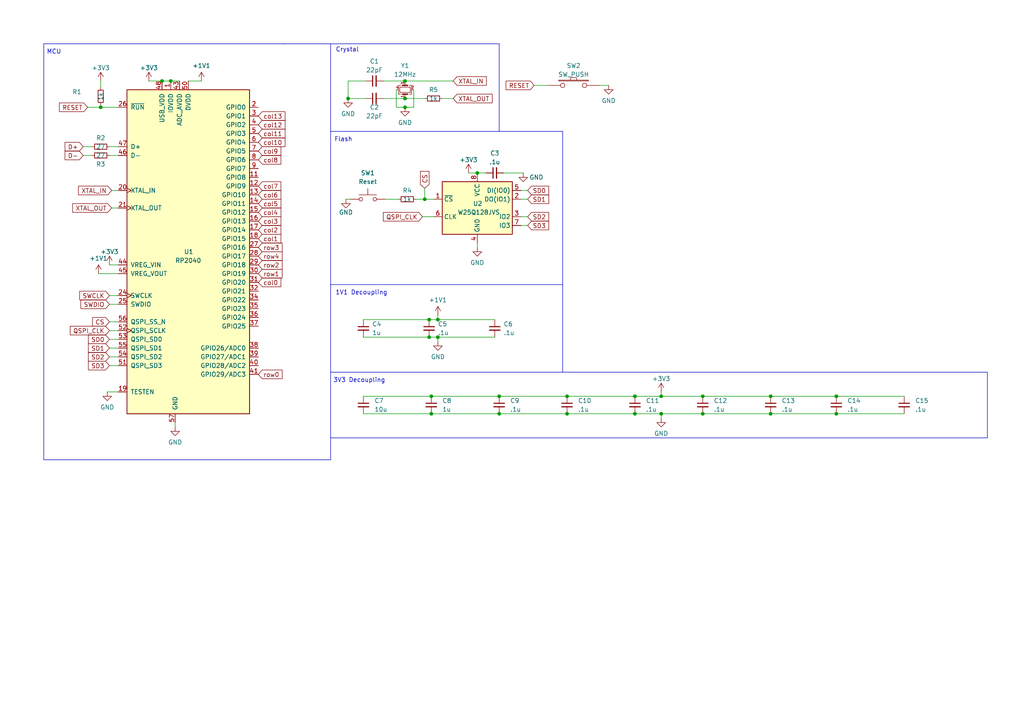
<source format=kicad_sch>
(kicad_sch (version 20250114) (generator "eeschema") (generator_version "9.0")
  (paper "A4")
  (lib_symbols
    (symbol "Device:C_Small" (pin_numbers (hide yes)) (pin_names (offset 0.254) (hide yes))
      (property "Reference" "C" (at 0.254 1.778 0))
      (property "Value" "C_Small" (at 0.254 -2.032 0))
      (symbol "C_Small_0_1"
        (polyline (pts (xy -1.524 0.508) (xy 1.524 0.508)) (stroke (width 0.3048)))
        (polyline (pts (xy -1.524 -0.508) (xy 1.524 -0.508)) (stroke (width 0.3302)))
      )
      (symbol "C_Small_1_1"
        (pin passive line (at 0 2.54 270) (length 2.032) (name "~") (number "1"))
        (pin passive line (at 0 -2.54 90) (length 2.032) (name "~") (number "2"))
      )
    )
    (symbol "Device:Crystal_GND24_Small" (pin_names (offset 1.016) (hide yes))
      (property "Reference" "Y" (at 1.27 4.445 0))
      (property "Value" "Crystal_GND24_Small" (at 1.27 2.54 0))
      (symbol "Crystal_GND24_Small_0_1"
        (polyline (pts (xy -1.27 1.27) (xy -1.27 1.905) (xy 1.27 1.905) (xy 1.27 1.27)))
        (polyline (pts (xy -1.27 -0.762) (xy -1.27 0.762)) (stroke (width 0.381)))
        (polyline (pts (xy -1.27 -1.27) (xy -1.27 -1.905) (xy 1.27 -1.905) (xy 1.27 -1.27)))
        (rectangle (start -0.762 -1.524) (end 0.762 1.524))
        (polyline (pts (xy 1.27 -0.762) (xy 1.27 0.762)) (stroke (width 0.381)))
      )
      (symbol "Crystal_GND24_Small_1_1"
        (pin passive line (at -2.54 0 0) (length 1.27) (name "1") (number "1"))
        (pin passive line (at 0 2.54 270) (length 0.635) (name "4") (number "4"))
        (pin passive line (at 0 -2.54 90) (length 0.635) (name "2") (number "2"))
        (pin passive line (at 2.54 0 180) (length 1.27) (name "3") (number "3"))
      )
    )
    (symbol "Device:R_Small" (pin_numbers (hide yes)) (pin_names (offset 0.254) (hide yes))
      (property "Reference" "R" (at 0.762 0.508 0))
      (property "Value" "R_Small" (at 0.762 -1.016 0))
      (symbol "R_Small_0_1"
        (rectangle (start -0.762 1.778) (end 0.762 -1.778) (stroke (width 0.2032)))
      )
      (symbol "R_Small_1_1"
        (pin passive line (at 0 2.54 270) (length 0.762) (name "~") (number "1"))
        (pin passive line (at 0 -2.54 90) (length 0.762) (name "~") (number "2"))
      )
    )
    (symbol "Memory_Flash:W25Q128JVS"
      (property "Reference" "U" (at -8.89 8.89 0))
      (property "Value" "W25Q128JVS" (at 7.62 8.89 0))
      (symbol "W25Q128JVS_0_1"
        (rectangle (start -10.16 7.62) (end 10.16 -7.62) (stroke (width 0.254)) (fill (type background)))
      )
      (symbol "W25Q128JVS_1_1"
        (pin input line (at -12.7 2.54 0) (length 2.54) (name "~{CS}") (number "1"))
        (pin input line (at -12.7 -2.54 0) (length 2.54) (name "CLK") (number "6"))
        (pin power_in line (at 0 10.16 270) (length 2.54) (name "VCC") (number "8"))
        (pin power_in line (at 0 -10.16 90) (length 2.54) (name "GND") (number "4"))
        (pin bidirectional line (at 12.7 5.08 180) (length 2.54) (name "DI(IO0)") (number "5"))
        (pin bidirectional line (at 12.7 2.54 180) (length 2.54) (name "DO(IO1)") (number "2"))
        (pin bidirectional line (at 12.7 -2.54 180) (length 2.54) (name "IO2") (number "3"))
        (pin bidirectional line (at 12.7 -5.08 180) (length 2.54) (name "IO3") (number "7"))
      )
    )
    (symbol "Switch:SW_Push" (pin_numbers (hide yes)) (pin_names (offset 1.016) (hide yes))
      (property "Reference" "SW" (at 1.27 2.54 0))
      (property "Value" "SW_Push" (at 0 -1.524 0))
      (symbol "SW_Push_0_1"
        (circle (center -2.032 0) (radius 0.508))
        (polyline (pts (xy 0 1.27) (xy 0 3.048)))
        (circle (center 2.032 0) (radius 0.508))
        (polyline (pts (xy 2.54 1.27) (xy -2.54 1.27)))
        (pin passive line (at -5.08 0 0) (length 2.54) (name "1") (number "1"))
        (pin passive line (at 5.08 0 180) (length 2.54) (name "2") (number "2"))
      )
    )
    (symbol "cipulot_parts:RP2040" (pin_names (offset 1.016))
      (property "Reference" "U" (at 8.89 51.435 0))
      (property "Value" "RP2040" (at 8.89 48.895 0))
      (symbol "RP2040_0_0"
        (rectangle (start -17.78 -45.72) (end 17.78 48.26) (stroke (width 0.254)) (fill (type background)))
      )
      (symbol "RP2040_1_1"
        (pin input line (at -20.32 43.18 0) (length 2.54) (name "~{RUN}") (number "26"))
        (pin bidirectional line (at -20.32 31.75 0) (length 2.54) (name "D+") (number "47"))
        (pin bidirectional line (at -20.32 29.21 0) (length 2.54) (name "D-") (number "46"))
        (pin input clock (at -20.32 19.05 0) (length 2.54) (name "XTAL_IN") (number "20"))
        (pin input clock (at -20.32 13.97 0) (length 2.54) (name "XTAL_OUT") (number "21"))
        (pin power_in line (at -20.32 -2.54 0) (length 2.54) (name "VREG_VIN") (number "44"))
        (pin power_out line (at -20.32 -5.08 0) (length 2.54) (name "VREG_VOUT") (number "45"))
        (pin input clock (at -20.32 -11.43 0) (length 2.54) (name "SWCLK") (number "24"))
        (pin bidirectional line (at -20.32 -13.97 0) (length 2.54) (name "SWDIO") (number "25"))
        (pin bidirectional line (at -20.32 -19.05 0) (length 2.54) (name "QSPI_SS_N") (number "56"))
        (pin input clock (at -20.32 -21.59 0) (length 2.54) (name "QSPI_SCLK") (number "52"))
        (pin bidirectional line (at -20.32 -24.13 0) (length 2.54) (name "QSPI_SD0") (number "53"))
        (pin bidirectional line (at -20.32 -26.67 0) (length 2.54) (name "QSPI_SD1") (number "55"))
        (pin bidirectional line (at -20.32 -29.21 0) (length 2.54) (name "QSPI_SD2") (number "54"))
        (pin bidirectional line (at -20.32 -31.75 0) (length 2.54) (name "QSPI_SD3") (number "51"))
        (pin input line (at -20.32 -39.37 0) (length 2.54) (name "TESTEN") (number "19"))
        (pin power_in line (at -7.62 50.8 270) (length 2.54) (name "USB_VDD") (number "48"))
        (pin power_in line (at -5.08 50.8 270) (length 2.54) (name "IOVDD") (number "1"))
        (pin power_in line (at -5.08 50.8 270) (length 2.54) (hide yes) (name "IOVDD") (number "10"))
        (pin power_in line (at -5.08 50.8 270) (length 2.54) (hide yes) (name "IOVDD") (number "22"))
        (pin power_in line (at -5.08 50.8 270) (length 2.54) (hide yes) (name "IOVDD") (number "33"))
        (pin power_in line (at -5.08 50.8 270) (length 2.54) (hide yes) (name "IOVDD") (number "42"))
        (pin power_in line (at -5.08 50.8 270) (length 2.54) (hide yes) (name "IOVDD") (number "49"))
        (pin power_in line (at -3.81 -48.26 90) (length 2.54) (name "GND") (number "57"))
        (pin power_in line (at -2.54 50.8 270) (length 2.54) (name "ADC_AVDD") (number "43"))
        (pin power_in line (at 0 50.8 270) (length 2.54) (hide yes) (name "DVDD") (number "23"))
        (pin power_in line (at 0 50.8 270) (length 2.54) (name "DVDD") (number "50"))
        (pin input line (at 20.32 43.18 180) (length 2.54) (name "GPIO0") (number "2"))
        (pin input line (at 20.32 40.64 180) (length 2.54) (name "GPIO1") (number "3"))
        (pin input line (at 20.32 38.1 180) (length 2.54) (name "GPIO2") (number "4"))
        (pin input line (at 20.32 35.56 180) (length 2.54) (name "GPIO3") (number "5"))
        (pin input line (at 20.32 33.02 180) (length 2.54) (name "GPIO4") (number "6"))
        (pin input line (at 20.32 30.48 180) (length 2.54) (name "GPIO5") (number "7"))
        (pin input line (at 20.32 27.94 180) (length 2.54) (name "GPIO6") (number "8"))
        (pin input line (at 20.32 25.4 180) (length 2.54) (name "GPIO7") (number "9"))
        (pin input line (at 20.32 22.86 180) (length 2.54) (name "GPIO8") (number "11"))
        (pin input line (at 20.32 20.32 180) (length 2.54) (name "GPIO9") (number "12"))
        (pin input line (at 20.32 17.78 180) (length 2.54) (name "GPIO10") (number "13"))
        (pin input line (at 20.32 15.24 180) (length 2.54) (name "GPIO11") (number "14"))
        (pin input line (at 20.32 12.7 180) (length 2.54) (name "GPIO12") (number "15"))
        (pin input line (at 20.32 10.16 180) (length 2.54) (name "GPIO13") (number "16"))
        (pin input line (at 20.32 7.62 180) (length 2.54) (name "GPIO14") (number "17"))
        (pin input line (at 20.32 5.08 180) (length 2.54) (name "GPIO15") (number "18"))
        (pin input line (at 20.32 2.54 180) (length 2.54) (name "GPIO16") (number "27"))
        (pin input line (at 20.32 0 180) (length 2.54) (name "GPIO17") (number "28"))
        (pin input line (at 20.32 -2.54 180) (length 2.54) (name "GPIO18") (number "29"))
        (pin input line (at 20.32 -5.08 180) (length 2.54) (name "GPIO19") (number "30"))
        (pin input line (at 20.32 -7.62 180) (length 2.54) (name "GPIO20") (number "31"))
        (pin input line (at 20.32 -10.16 180) (length 2.54) (name "GPIO21") (number "32"))
        (pin input line (at 20.32 -12.7 180) (length 2.54) (name "GPIO22") (number "34"))
        (pin input line (at 20.32 -15.24 180) (length 2.54) (name "GPIO23") (number "35"))
        (pin input line (at 20.32 -17.78 180) (length 2.54) (name "GPIO24") (number "36"))
        (pin input line (at 20.32 -20.32 180) (length 2.54) (name "GPIO25") (number "37"))
        (pin input line (at 20.32 -26.67 180) (length 2.54) (name "GPIO26/ADC0") (number "38"))
        (pin input line (at 20.32 -29.21 180) (length 2.54) (name "GPIO27/ADC1") (number "39"))
        (pin input line (at 20.32 -31.75 180) (length 2.54) (name "GPIO28/ADC2") (number "40"))
        (pin input line (at 20.32 -34.29 180) (length 2.54) (name "GPIO29/ADC3") (number "41"))
      )
    )
    (symbol "cipulot_parts:SW_PUSH" (pin_numbers (hide yes)) (pin_names (offset 1.016) (hide yes))
      (property "Reference" "SW" (at 3.81 2.794 0))
      (property "Value" "SW_PUSH" (at 0 -2.032 0))
      (symbol "SW_PUSH_0_1"
        (rectangle (start -4.318 1.27) (end 4.318 1.524))
        (polyline (pts (xy -1.016 1.524) (xy -0.762 2.286) (xy 0.762 2.286) (xy 1.016 1.524)))
        (pin passive inverted (at -7.62 0 0) (length 5.08) (name "1") (number "1"))
        (pin passive inverted (at 7.62 0 180) (length 5.08) (name "2") (number "2"))
      )
    )
    (symbol "power:+1V1" (power) (pin_names (offset 0))
      (property "Value" "+1V1" (at 0 3.556 0))
      (symbol "+1V1_0_1"
        (polyline (pts (xy -0.762 1.27) (xy 0 2.54)))
        (polyline (pts (xy 0 2.54) (xy 0.762 1.27)))
        (polyline (pts (xy 0 0) (xy 0 2.54)))
      )
      (symbol "+1V1_1_1"
        (pin power_in line (at 0 0 90) (length 0) (hide yes) (name "+1V1") (number "1"))
      )
    )
    (symbol "power:+3V3" (power) (pin_names (offset 0))
      (property "Value" "+3V3" (at 0 3.556 0))
      (symbol "+3V3_0_1"
        (polyline (pts (xy -0.762 1.27) (xy 0 2.54)))
        (polyline (pts (xy 0 2.54) (xy 0.762 1.27)))
        (polyline (pts (xy 0 0) (xy 0 2.54)))
      )
      (symbol "+3V3_1_1"
        (pin power_in line (at 0 0 90) (length 0) (hide yes) (name "+3V3") (number "1"))
      )
    )
    (symbol "power:GND" (power) (pin_names (offset 0))
      (property "Value" "GND" (at 0 -3.81 0))
      (symbol "GND_0_1"
        (polyline (pts (xy 0 0) (xy 0 -1.27) (xy 1.27 -1.27) (xy 0 -2.54) (xy -1.27 -1.27) (xy 0 -1.27)))
      )
      (symbol "GND_1_1"
        (pin power_in line (at 0 0 270) (length 0) (hide yes) (name "GND") (number "1"))
      )
    )
  )
  (text "1V1 Decoupling" (at 112.395 85.725 0) (effects (font (size 1.27 1.27)) (justify right bottom)))
  (text "Flash\n" (at 102.235 41.275 0) (effects (font (size 1.27 1.27)) (justify right bottom)))
  (text "3V3 Decoupling" (at 111.76 111.125 0) (effects (font (size 1.27 1.27)) (justify right bottom)))
  (text "Crystal\n" (at 104.14 15.24 0) (effects (font (size 1.27 1.27)) (justify right bottom)))
  (text "MCU\n" (at 17.78 15.875 0) (effects (font (size 1.27 1.27)) (justify right bottom)))
  (junction (at 46.99 23.495))
  (junction (at 242.57 114.935))
  (junction (at 203.835 114.935))
  (junction (at 100.965 28.575))
  (junction (at 184.15 120.015))
  (junction (at 223.52 114.935))
  (junction (at 117.475 28.575))
  (junction (at 164.465 120.015))
  (junction (at 191.77 120.015))
  (junction (at 223.52 120.015))
  (junction (at 127 97.79))
  (junction (at 125.095 114.935))
  (junction (at 138.43 50.165))
  (junction (at 29.21 31.115))
  (junction (at 144.78 120.015))
  (junction (at 124.46 92.71))
  (junction (at 203.835 120.015))
  (junction (at 125.095 120.015))
  (junction (at 123.19 57.785))
  (junction (at 164.465 114.935))
  (junction (at 144.78 114.935))
  (junction (at 127 92.71))
  (junction (at 49.53 23.495))
  (junction (at 124.46 97.79))
  (junction (at 184.15 114.935))
  (junction (at 117.475 31.115))
  (junction (at 117.475 23.495))
  (junction (at 191.77 114.935))
  (junction (at 242.57 120.015))
  (wire (pts (xy 127 97.79) (xy 143.51 97.79)))
  (polyline (pts (xy 163.195 38.1) (xy 163.195 82.55)))
  (wire (pts (xy 114.935 31.115) (xy 117.475 31.115)))
  (wire (pts (xy 184.15 120.015) (xy 191.77 120.015)))
  (wire (pts (xy 32.385 55.245) (xy 34.29 55.245)))
  (wire (pts (xy 29.21 23.495) (xy 29.21 25.4)))
  (wire (pts (xy 46.99 23.495) (xy 49.53 23.495)))
  (wire (pts (xy 31.115 113.665) (xy 34.29 113.665)))
  (wire (pts (xy 31.75 45.085) (xy 34.29 45.085)))
  (wire (pts (xy 122.555 62.865) (xy 125.73 62.865)))
  (wire (pts (xy 151.13 55.245) (xy 153.035 55.245)))
  (wire (pts (xy 31.75 42.545) (xy 34.29 42.545)))
  (wire (pts (xy 191.77 121.285) (xy 191.77 120.015)))
  (wire (pts (xy 25.4 31.115) (xy 29.21 31.115)))
  (wire (pts (xy 146.05 50.165) (xy 151.765 50.165)))
  (polyline (pts (xy 81.915 12.7) (xy 95.885 12.7)))
  (polyline (pts (xy 163.195 82.55) (xy 163.195 107.95)))
  (wire (pts (xy 54.61 23.495) (xy 58.42 23.495)))
  (wire (pts (xy 31.75 88.265) (xy 34.29 88.265)))
  (wire (pts (xy 31.75 106.045) (xy 34.29 106.045)))
  (wire (pts (xy 127 91.44) (xy 127 92.71)))
  (wire (pts (xy 114.935 26.035) (xy 114.935 31.115)))
  (wire (pts (xy 151.13 65.405) (xy 153.035 65.405)))
  (wire (pts (xy 173.99 24.765) (xy 176.53 24.765)))
  (wire (pts (xy 144.78 114.935) (xy 164.465 114.935)))
  (wire (pts (xy 144.78 120.015) (xy 164.465 120.015)))
  (wire (pts (xy 117.475 28.575) (xy 123.19 28.575)))
  (wire (pts (xy 31.75 76.835) (xy 34.29 76.835)))
  (polyline (pts (xy 82.55 133.35) (xy 95.885 133.35)))
  (wire (pts (xy 105.41 120.015) (xy 125.095 120.015)))
  (wire (pts (xy 100.965 23.495) (xy 106.045 23.495)))
  (wire (pts (xy 123.19 57.785) (xy 125.73 57.785)))
  (wire (pts (xy 24.13 42.545) (xy 26.67 42.545)))
  (wire (pts (xy 127 97.79) (xy 127 99.06)))
  (wire (pts (xy 138.43 50.165) (xy 140.97 50.165)))
  (wire (pts (xy 28.575 79.375) (xy 34.29 79.375)))
  (wire (pts (xy 203.835 114.935) (xy 223.52 114.935)))
  (wire (pts (xy 191.77 120.015) (xy 203.835 120.015)))
  (wire (pts (xy 120.65 57.785) (xy 123.19 57.785)))
  (polyline (pts (xy 95.885 127) (xy 286.385 127)))
  (wire (pts (xy 31.75 100.965) (xy 34.29 100.965)))
  (wire (pts (xy 31.75 98.425) (xy 34.29 98.425)))
  (wire (pts (xy 111.125 23.495) (xy 117.475 23.495)))
  (wire (pts (xy 29.21 31.115) (xy 34.29 31.115)))
  (wire (pts (xy 29.21 30.48) (xy 29.21 31.115)))
  (wire (pts (xy 49.53 23.495) (xy 52.07 23.495)))
  (wire (pts (xy 31.75 95.885) (xy 34.29 95.885)))
  (polyline (pts (xy 82.55 133.35) (xy 12.7 133.35)))
  (wire (pts (xy 127 92.71) (xy 143.51 92.71)))
  (wire (pts (xy 223.52 120.015) (xy 242.57 120.015)))
  (wire (pts (xy 128.27 28.575) (xy 131.445 28.575)))
  (wire (pts (xy 100.965 28.575) (xy 106.045 28.575)))
  (wire (pts (xy 223.52 114.935) (xy 242.57 114.935)))
  (wire (pts (xy 242.57 120.015) (xy 262.255 120.015)))
  (wire (pts (xy 164.465 114.935) (xy 184.15 114.935)))
  (wire (pts (xy 105.41 114.935) (xy 125.095 114.935)))
  (wire (pts (xy 111.125 28.575) (xy 117.475 28.575)))
  (wire (pts (xy 31.75 103.505) (xy 34.29 103.505)))
  (wire (pts (xy 120.015 26.035) (xy 120.015 31.115)))
  (wire (pts (xy 123.19 54.61) (xy 123.19 57.785)))
  (wire (pts (xy 111.76 57.785) (xy 115.57 57.785)))
  (wire (pts (xy 50.8 122.555) (xy 50.8 123.825)))
  (wire (pts (xy 164.465 120.015) (xy 184.15 120.015)))
  (wire (pts (xy 31.75 85.725) (xy 34.29 85.725)))
  (wire (pts (xy 125.095 120.015) (xy 144.78 120.015)))
  (polyline (pts (xy 286.385 107.95) (xy 286.385 127)))
  (polyline (pts (xy 12.7 12.7) (xy 82.55 12.7)))
  (polyline (pts (xy 144.78 12.7) (xy 144.78 38.1)))
  (polyline (pts (xy 144.78 38.1) (xy 163.195 38.1)))
  (polyline (pts (xy 95.885 107.95) (xy 163.195 107.95)))
  (polyline (pts (xy 95.885 12.7) (xy 95.885 133.35)))
  (wire (pts (xy 105.41 92.71) (xy 124.46 92.71)))
  (polyline (pts (xy 144.78 38.1) (xy 95.885 38.1)))
  (wire (pts (xy 100.965 28.575) (xy 100.965 23.495)))
  (wire (pts (xy 31.75 93.345) (xy 34.29 93.345)))
  (wire (pts (xy 191.77 114.935) (xy 203.835 114.935)))
  (wire (pts (xy 203.835 120.015) (xy 223.52 120.015)))
  (wire (pts (xy 184.15 114.935) (xy 191.77 114.935)))
  (polyline (pts (xy 95.885 12.7) (xy 144.78 12.7)))
  (wire (pts (xy 151.13 57.785) (xy 153.035 57.785)))
  (wire (pts (xy 135.89 50.165) (xy 138.43 50.165)))
  (wire (pts (xy 125.095 114.935) (xy 144.78 114.935)))
  (wire (pts (xy 154.94 24.765) (xy 158.75 24.765)))
  (wire (pts (xy 43.18 23.495) (xy 46.99 23.495)))
  (polyline (pts (xy 12.7 12.7) (xy 12.7 133.35)))
  (wire (pts (xy 100.33 57.785) (xy 101.6 57.785)))
  (wire (pts (xy 124.46 92.71) (xy 127 92.71)))
  (wire (pts (xy 32.385 60.325) (xy 34.29 60.325)))
  (wire (pts (xy 120.015 31.115) (xy 117.475 31.115)))
  (wire (pts (xy 117.475 23.495) (xy 131.445 23.495)))
  (polyline (pts (xy 163.195 82.55) (xy 95.885 82.55)))
  (wire (pts (xy 105.41 97.79) (xy 124.46 97.79)))
  (polyline (pts (xy 163.195 107.95) (xy 286.385 107.95)))
  (wire (pts (xy 124.46 97.79) (xy 127 97.79)))
  (wire (pts (xy 138.43 70.485) (xy 138.43 71.755)))
  (wire (pts (xy 191.77 113.665) (xy 191.77 114.935)))
  (wire (pts (xy 151.13 62.865) (xy 153.035 62.865)))
  (wire (pts (xy 24.13 45.085) (xy 26.67 45.085)))
  (wire (pts (xy 242.57 114.935) (xy 262.255 114.935)))
  (global_label "XTAL_IN" (shape input) (at 131.445 23.495 0) (property "Intersheetrefs" "${INTERSHEET_REFS}" (effects (hide yes))))
  (global_label "D-" (shape input) (at 24.13 45.085 180) (property "Intersheetrefs" "${INTERSHEET_REFS}" (effects (hide yes))))
  (global_label "CS" (shape input) (at 31.75 93.345 180) (property "Intersheetrefs" "${INTERSHEET_REFS}" (effects (hide yes))))
  (global_label "col7" (shape input) (at 74.93 53.975 0) (property "Intersheetrefs" "${INTERSHEET_REFS}" (effects (hide yes))))
  (global_label "SD2" (shape input) (at 31.75 103.505 180) (property "Intersheetrefs" "${INTERSHEET_REFS}" (effects (hide yes))))
  (global_label "col6" (shape input) (at 74.93 56.515 0) (property "Intersheetrefs" "${INTERSHEET_REFS}" (effects (hide yes))))
  (global_label "col2" (shape input) (at 74.93 66.675 0) (property "Intersheetrefs" "${INTERSHEET_REFS}" (effects (hide yes))))
  (global_label "row1" (shape input) (at 74.93 79.375 0) (property "Intersheetrefs" "${INTERSHEET_REFS}" (effects (hide yes))))
  (global_label "col12" (shape input) (at 74.93 36.195 0) (property "Intersheetrefs" "${INTERSHEET_REFS}" (effects (hide yes))))
  (global_label "row3" (shape input) (at 74.93 71.755 0) (property "Intersheetrefs" "${INTERSHEET_REFS}" (effects (hide yes))))
  (global_label "QSPI_CLK" (shape input) (at 31.75 95.885 180) (property "Intersheetrefs" "${INTERSHEET_REFS}" (effects (hide yes))))
  (global_label "RESET" (shape input) (at 25.4 31.115 180) (property "Intersheetrefs" "${INTERSHEET_REFS}" (effects (hide yes))))
  (global_label "XTAL_IN" (shape input) (at 32.385 55.245 180) (property "Intersheetrefs" "${INTERSHEET_REFS}" (effects (hide yes))))
  (global_label "row0" (shape input) (at 74.93 108.585 0) (property "Intersheetrefs" "${INTERSHEET_REFS}" (effects (hide yes))))
  (global_label "XTAL_OUT" (shape input) (at 131.445 28.575 0) (property "Intersheetrefs" "${INTERSHEET_REFS}" (effects (hide yes))))
  (global_label "col0" (shape input) (at 74.93 81.915 0) (property "Intersheetrefs" "${INTERSHEET_REFS}" (effects (hide yes))))
  (global_label "SD1" (shape input) (at 31.75 100.965 180) (property "Intersheetrefs" "${INTERSHEET_REFS}" (effects (hide yes))))
  (global_label "XTAL_OUT" (shape input) (at 32.385 60.325 180) (property "Intersheetrefs" "${INTERSHEET_REFS}" (effects (hide yes))))
  (global_label "col8" (shape input) (at 74.93 46.355 0) (property "Intersheetrefs" "${INTERSHEET_REFS}" (effects (hide yes))))
  (global_label "SD1" (shape input) (at 153.035 57.785 0) (property "Intersheetrefs" "${INTERSHEET_REFS}" (effects (hide yes))))
  (global_label "SWDIO" (shape input) (at 31.75 88.265 180) (property "Intersheetrefs" "${INTERSHEET_REFS}" (effects (hide yes))))
  (global_label "D+" (shape input) (at 24.13 42.545 180) (property "Intersheetrefs" "${INTERSHEET_REFS}" (effects (hide yes))))
  (global_label "SD0" (shape input) (at 31.75 98.425 180) (property "Intersheetrefs" "${INTERSHEET_REFS}" (effects (hide yes))))
  (global_label "QSPI_CLK" (shape input) (at 122.555 62.865 180) (property "Intersheetrefs" "${INTERSHEET_REFS}" (effects (hide yes))))
  (global_label "SD3" (shape input) (at 31.75 106.045 180) (property "Intersheetrefs" "${INTERSHEET_REFS}" (effects (hide yes))))
  (global_label "SD3" (shape input) (at 153.035 65.405 0) (property "Intersheetrefs" "${INTERSHEET_REFS}" (effects (hide yes))))
  (global_label "col9" (shape input) (at 74.93 43.815 0) (property "Intersheetrefs" "${INTERSHEET_REFS}" (effects (hide yes))))
  (global_label "col13" (shape input) (at 74.93 33.655 0) (property "Intersheetrefs" "${INTERSHEET_REFS}" (effects (hide yes))))
  (global_label "SD0" (shape input) (at 153.035 55.245 0) (property "Intersheetrefs" "${INTERSHEET_REFS}" (effects (hide yes))))
  (global_label "row2" (shape input) (at 74.93 76.835 0) (property "Intersheetrefs" "${INTERSHEET_REFS}" (effects (hide yes))))
  (global_label "col10" (shape input) (at 74.93 41.275 0) (property "Intersheetrefs" "${INTERSHEET_REFS}" (effects (hide yes))))
  (global_label "col1" (shape input) (at 74.93 69.215 0) (property "Intersheetrefs" "${INTERSHEET_REFS}" (effects (hide yes))))
  (global_label "SWCLK" (shape input) (at 31.75 85.725 180) (property "Intersheetrefs" "${INTERSHEET_REFS}" (effects (hide yes))))
  (global_label "RESET" (shape input) (at 154.94 24.765 180) (property "Intersheetrefs" "${INTERSHEET_REFS}" (effects (hide yes))))
  (global_label "SD2" (shape input) (at 153.035 62.865 0) (property "Intersheetrefs" "${INTERSHEET_REFS}" (effects (hide yes))))
  (global_label "col3" (shape input) (at 74.93 64.135 0) (property "Intersheetrefs" "${INTERSHEET_REFS}" (effects (hide yes))))
  (global_label "col4" (shape input) (at 74.93 61.595 0) (property "Intersheetrefs" "${INTERSHEET_REFS}" (effects (hide yes))))
  (global_label "row4" (shape input) (at 74.93 74.295 0) (property "Intersheetrefs" "${INTERSHEET_REFS}" (effects (hide yes))))
  (global_label "col5" (shape input) (at 74.93 59.055 0) (property "Intersheetrefs" "${INTERSHEET_REFS}" (effects (hide yes))))
  (global_label "CS" (shape input) (at 123.19 54.61 90) (property "Intersheetrefs" "${INTERSHEET_REFS}" (effects (hide yes))))
  (global_label "col11" (shape input) (at 74.93 38.735 0) (property "Intersheetrefs" "${INTERSHEET_REFS}" (effects (hide yes))))
  (symbol (lib_id "Device:C_Small") (at 143.51 50.165 90) (unit 1)
    (property "Reference" "C3" (at 143.51 44.45 90))
    (property "Value" ".1u" (at 143.51 46.99 90))
    (property "Footprint" "Capacitor_SMD:C_0402_1005Metric" (effects (hide yes)))
  )
  (symbol (lib_id "Device:C_Small") (at 108.585 28.575 90) (unit 1)
    (property "Reference" "C2" (at 108.585 31.115 90))
    (property "Value" "22pF" (at 108.585 33.655 90))
    (property "Footprint" "Capacitor_SMD:C_0402_1005Metric" (effects (hide yes)))
  )
  (symbol (lib_id "Device:C_Small") (at 203.835 117.475 0) (unit 1)
    (property "Reference" "C12" (at 207.01 116.2112 0) (effects (justify left)))
    (property "Value" ".1u" (at 207.01 118.7512 0) (effects (justify left)))
    (property "Footprint" "Capacitor_SMD:C_0402_1005Metric" (effects (hide yes)))
  )
  (symbol (lib_id "power:GND") (at 117.475 31.115 0) (unit 1)
    (property "Reference" "#PWR0114" (effects (hide yes)))
    (property "Value" "GND" (at 117.475 35.56 0))
  )
  (symbol (lib_id "Device:C_Small") (at 223.52 117.475 0) (unit 1)
    (property "Reference" "C13" (at 226.695 116.2112 0) (effects (justify left)))
    (property "Value" ".1u" (at 226.695 118.7512 0) (effects (justify left)))
    (property "Footprint" "Capacitor_SMD:C_0402_1005Metric" (effects (hide yes)))
  )
  (symbol (lib_id "Device:C_Small") (at 143.51 95.25 0) (unit 1)
    (property "Reference" "C6" (at 146.05 93.9862 0) (effects (justify left)))
    (property "Value" ".1u" (at 146.05 96.5262 0) (effects (justify left)))
    (property "Footprint" "Capacitor_SMD:C_0402_1005Metric" (effects (hide yes)))
  )
  (symbol (lib_id "power:GND") (at 127 99.06 0) (unit 1)
    (property "Reference" "#PWR0101" (effects (hide yes)))
    (property "Value" "GND" (at 127 103.505 0))
  )
  (symbol (lib_id "Device:C_Small") (at 124.46 95.25 0) (unit 1)
    (property "Reference" "C5" (at 127 93.9862 0) (effects (justify left)))
    (property "Value" ".1u" (at 127 96.5262 0) (effects (justify left)))
    (property "Footprint" "Capacitor_SMD:C_0402_1005Metric" (effects (hide yes)))
  )
  (symbol (lib_id "power:GND") (at 50.8 123.825 0) (unit 1)
    (property "Reference" "#PWR0103" (effects (hide yes)))
    (property "Value" "GND" (at 50.8 128.27 0))
  )
  (symbol (lib_id "Switch:SW_Push") (at 106.68 57.785 0) (unit 1)
    (property "Reference" "SW1" (at 106.68 50.165 0))
    (property "Value" "Reset" (at 106.68 52.705 0))
    (property "Footprint" "Button_Switch_SMD:SW_SPST_TL3342" (effects (hide yes)))
  )
  (symbol (lib_id "Device:R_Small") (at 118.11 57.785 90) (unit 1)
    (property "Reference" "R4" (at 118.11 55.245 90))
    (property "Value" "1k" (at 118.11 57.785 90))
    (property "Footprint" "Resistor_SMD:R_0402_1005Metric" (effects (hide yes)))
  )
  (symbol (lib_id "power:GND") (at 100.33 57.785 0) (unit 1)
    (property "Reference" "#PWR0112" (effects (hide yes)))
    (property "Value" "GND" (at 100.33 61.595 0))
  )
  (symbol (lib_id "Device:C_Small") (at 144.78 117.475 0) (unit 1)
    (property "Reference" "C9" (at 147.955 116.2112 0) (effects (justify left)))
    (property "Value" ".1u" (at 147.955 118.7512 0) (effects (justify left)))
    (property "Footprint" "Capacitor_SMD:C_0402_1005Metric" (effects (hide yes)))
  )
  (symbol (lib_id "power:+1V1") (at 58.42 23.495 0) (unit 1)
    (property "Reference" "#PWR0107" (effects (hide yes)))
    (property "Value" "+1V1" (at 58.42 19.05 0))
  )
  (symbol (lib_id "Device:Crystal_GND24_Small") (at 117.475 26.035 90) (unit 1)
    (property "Reference" "Y1" (at 117.475 19.05 90))
    (property "Value" "12MHz" (at 117.475 21.59 90))
    (property "Footprint" "Crystal:Crystal_SMD_3225-4Pin_3.2x2.5mm" (effects (hide yes)))
  )
  (symbol (lib_id "Device:C_Small") (at 262.255 117.475 0) (unit 1)
    (property "Reference" "C15" (at 265.43 116.2112 0) (effects (justify left)))
    (property "Value" ".1u" (at 265.43 118.7512 0) (effects (justify left)))
    (property "Footprint" "Capacitor_SMD:C_0402_1005Metric" (effects (hide yes)))
  )
  (symbol (lib_id "cipulot_parts:SW_PUSH") (at 166.37 24.765 0) (unit 1)
    (property "Reference" "SW2" (at 166.37 19.05 0))
    (property "Value" "SW_PUSH" (at 166.37 21.59 0))
    (property "Footprint" "Button_Switch_SMD:SW_SPST_TL3342" (effects (hide yes)))
  )
  (symbol (lib_id "power:+3V3") (at 29.21 23.495 0) (unit 1)
    (property "Reference" "#PWR0108" (effects (hide yes)))
    (property "Value" "+3V3" (at 29.21 19.685 0))
  )
  (symbol (lib_id "power:GND") (at 191.77 121.285 0) (unit 1)
    (property "Reference" "#PWR0111" (effects (hide yes)))
    (property "Value" "GND" (at 191.77 125.73 0))
  )
  (symbol (lib_id "Device:R_Small") (at 125.73 28.575 90) (unit 1)
    (property "Reference" "R5" (at 125.73 26.035 90))
    (property "Value" "1k" (at 125.73 28.575 90))
    (property "Footprint" "Resistor_SMD:R_0402_1005Metric" (effects (hide yes)))
  )
  (symbol (lib_id "power:GND") (at 151.765 50.165 0) (unit 1)
    (property "Reference" "#PWR0115" (effects (hide yes)))
    (property "Value" "GND" (at 155.575 51.435 0))
  )
  (symbol (lib_id "Device:C_Small") (at 184.15 117.475 0) (unit 1)
    (property "Reference" "C11" (at 187.325 116.2112 0) (effects (justify left)))
    (property "Value" ".1u" (at 187.325 118.7512 0) (effects (justify left)))
    (property "Footprint" "Capacitor_SMD:C_0402_1005Metric" (effects (hide yes)))
  )
  (symbol (lib_id "Device:R_Small") (at 29.21 27.94 0) (unit 1)
    (property "Reference" "R1" (at 20.955 26.67 0) (effects (justify left)))
    (property "Value" "1k" (at 29.21 29.21 90) (effects (justify left)))
    (property "Footprint" "Resistor_SMD:R_0402_1005Metric" (effects (hide yes)))
  )
  (symbol (lib_id "Memory_Flash:W25Q128JVS") (at 138.43 60.325 0) (unit 1)
    (property "Reference" "U2" (at 137.16 59.055 0) (effects (justify left)))
    (property "Value" "W25Q128JVS" (at 132.715 61.595 0) (effects (justify left)))
    (property "Footprint" "Package_SO:SOIC-8_5.23x5.23mm_P1.27mm" (effects (hide yes)))
    (property "Datasheet" "http://www.winbond.com/resource-files/w25q128jv_dtr%20revc%2003272018%20plus.pdf" (effects (hide yes)))
  )
  (symbol (lib_id "power:GND") (at 100.965 28.575 0) (unit 1)
    (property "Reference" "#PWR0113" (effects (hide yes)))
    (property "Value" "GND" (at 100.965 33.02 0))
  )
  (symbol (lib_id "Device:R_Small") (at 29.21 45.085 90) (unit 1)
    (property "Reference" "R3" (at 29.21 47.625 90))
    (property "Value" "27" (at 29.21 45.085 90))
    (property "Footprint" "Resistor_SMD:R_0402_1005Metric" (effects (hide yes)))
  )
  (symbol (lib_id "Device:C_Small") (at 105.41 117.475 0) (unit 1)
    (property "Reference" "C7" (at 108.585 116.2112 0) (effects (justify left)))
    (property "Value" "10u" (at 108.585 118.7512 0) (effects (justify left)))
    (property "Footprint" "Capacitor_SMD:C_0402_1005Metric" (effects (hide yes)))
  )
  (symbol (lib_id "power:GND") (at 31.115 113.665 0) (unit 1)
    (property "Reference" "#PWR0104" (effects (hide yes)))
    (property "Value" "GND" (at 31.115 118.11 0))
  )
  (symbol (lib_id "Device:R_Small") (at 29.21 42.545 90) (unit 1)
    (property "Reference" "R2" (at 29.21 40.005 90))
    (property "Value" "27" (at 29.21 42.545 90))
    (property "Footprint" "Resistor_SMD:R_0402_1005Metric" (effects (hide yes)))
  )
  (symbol (lib_id "Device:C_Small") (at 108.585 23.495 90) (unit 1)
    (property "Reference" "C1" (at 108.585 17.78 90))
    (property "Value" "22pF" (at 108.585 20.32 90))
    (property "Footprint" "Capacitor_SMD:C_0402_1005Metric" (effects (hide yes)))
  )
  (symbol (lib_id "power:GND") (at 138.43 71.755 0) (unit 1)
    (property "Reference" "#PWR0117" (effects (hide yes)))
    (property "Value" "GND" (at 138.43 76.2 0))
  )
  (symbol (lib_id "power:+1V1") (at 127 91.44 0) (unit 1)
    (property "Reference" "#PWR0102" (effects (hide yes)))
    (property "Value" "+1V1" (at 127 86.995 0))
  )
  (symbol (lib_id "Device:C_Small") (at 105.41 95.25 0) (unit 1)
    (property "Reference" "C4" (at 107.95 93.9862 0) (effects (justify left)))
    (property "Value" "1u" (at 107.95 96.5262 0) (effects (justify left)))
    (property "Footprint" "Capacitor_SMD:C_0402_1005Metric" (effects (hide yes)))
  )
  (symbol (lib_id "power:+1V1") (at 28.575 79.375 0) (unit 1)
    (property "Reference" "#PWR0105" (effects (hide yes)))
    (property "Value" "+1V1" (at 28.575 74.93 0))
  )
  (symbol (lib_id "Device:C_Small") (at 242.57 117.475 0) (unit 1)
    (property "Reference" "C14" (at 245.745 116.2112 0) (effects (justify left)))
    (property "Value" ".1u" (at 245.745 118.7512 0) (effects (justify left)))
    (property "Footprint" "Capacitor_SMD:C_0402_1005Metric" (effects (hide yes)))
  )
  (symbol (lib_id "Device:C_Small") (at 164.465 117.475 0) (unit 1)
    (property "Reference" "C10" (at 167.64 116.2112 0) (effects (justify left)))
    (property "Value" ".1u" (at 167.64 118.7512 0) (effects (justify left)))
    (property "Footprint" "Capacitor_SMD:C_0402_1005Metric" (effects (hide yes)))
  )
  (symbol (lib_id "power:+3V3") (at 31.75 76.835 0) (unit 1)
    (property "Reference" "#PWR0106" (effects (hide yes)))
    (property "Value" "+3V3" (at 31.75 73.025 0))
  )
  (symbol (lib_id "cipulot_parts:RP2040") (at 54.61 74.295 0) (unit 1)
    (property "Reference" "U1" (at 53.34 73.025 0) (effects (justify left)))
    (property "Value" "RP2040" (at 50.8 75.565 0) (effects (justify left)))
    (property "Footprint" "cipulot_parts:RP2040-QFN-56" (effects (hide yes)))
    (property "Datasheet" "https://datasheets.raspberrypi.com/rp2040/rp2040-datasheet.pdf" (effects (hide yes)))
  )
  (symbol (lib_id "power:+3V3") (at 43.18 23.495 0) (unit 1)
    (property "Reference" "#PWR0109" (effects (hide yes)))
    (property "Value" "+3V3" (at 43.18 19.685 0))
  )
  (symbol (lib_id "power:GND") (at 176.53 24.765 0) (unit 1)
    (property "Reference" "#PWR01" (effects (hide yes)))
    (property "Value" "GND" (at 176.53 29.21 0))
  )
  (symbol (lib_id "Device:C_Small") (at 125.095 117.475 0) (unit 1)
    (property "Reference" "C8" (at 128.27 116.2112 0) (effects (justify left)))
    (property "Value" "1u" (at 128.27 118.7512 0) (effects (justify left)))
    (property "Footprint" "Capacitor_SMD:C_0402_1005Metric" (effects (hide yes)))
  )
  (symbol (lib_id "power:+3V3") (at 135.89 50.165 0) (unit 1)
    (property "Reference" "#PWR0116" (effects (hide yes)))
    (property "Value" "+3V3" (at 135.89 46.355 0))
  )
  (symbol (lib_id "power:+3V3") (at 191.77 113.665 0) (unit 1)
    (property "Reference" "#PWR0110" (effects (hide yes)))
    (property "Value" "+3V3" (at 191.77 109.855 0))
  )
)
</source>
